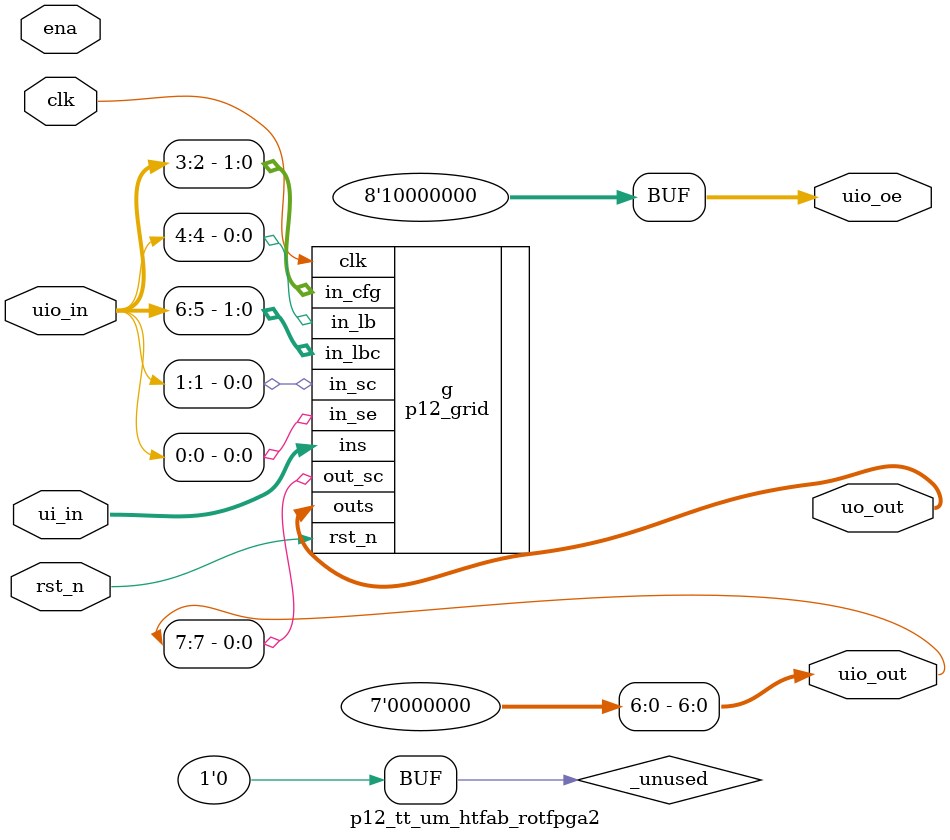
<source format=v>
`default_nettype none

module p12_tt_um_htfab_rotfpga2 (
    input  wire [7:0] ui_in,    // input pins (for user input)
    output wire [7:0] uo_out,   // output pins (for user output)
    input  wire [7:0] uio_in,   // bidirectional input pins (for scan chain, configuration and loop breaker input)
    output wire [7:0] uio_out,  // bidirectional output pins (for scan chain output)
    output wire [7:0] uio_oe,   // direction of bidirectional pins (0=input, 1=output)
    input  wire       ena,      // whether design is enabled (unused)
    input  wire       clk,      // clock
    input  wire       rst_n     // active-low reset
);

    p12_grid g (
        .clk(clk),
        .rst_n(rst_n),
        .in_se(uio_in[0]),
        .in_sc(uio_in[1]),
        .in_cfg(uio_in[3:2]),
        .in_lb(uio_in[4]),
        .in_lbc(uio_in[6:5]),
        .ins(ui_in),
        .out_sc(uio_out[7]),
        .outs(uo_out)
    );

    assign uio_out[6:0] = 7'b0000000;
    assign uio_oe[6:0] = 7'b0000000;
    assign uio_oe[7] = 1'b1;

    wire _unused = &{uio_in[7], ena, 1'b0};

endmodule

</source>
